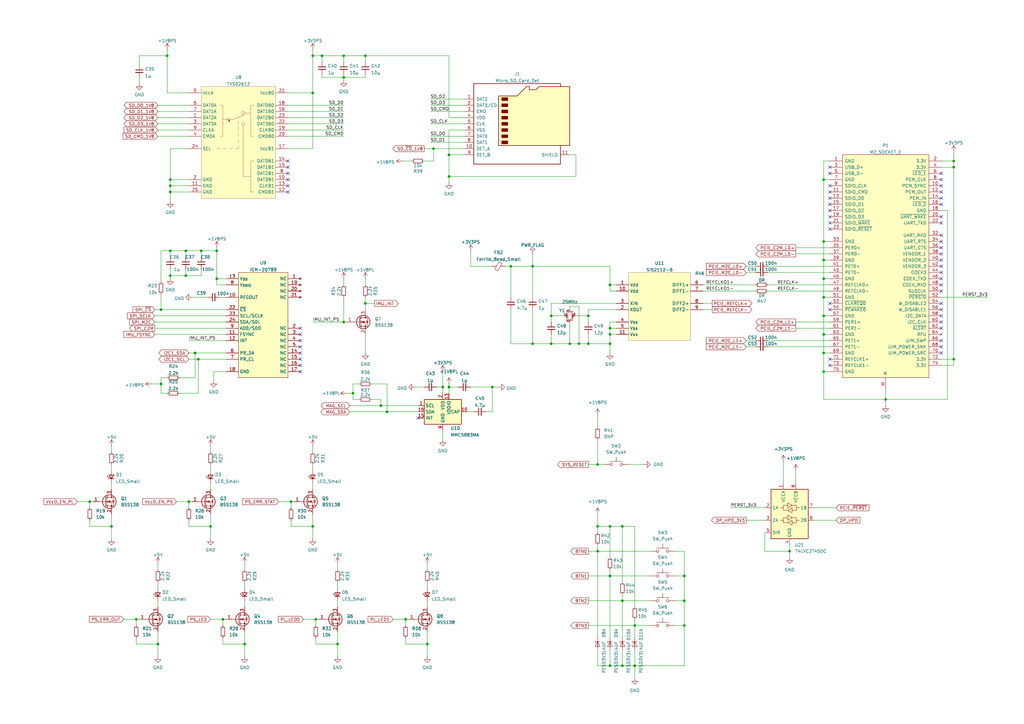
<source format=kicad_sch>
(kicad_sch (version 20211123) (generator eeschema)
  (paper "A3")
  (junction (at 181.61 158.75))
  (junction (at 69.85 73.66))
  (junction (at 64.77 264.16))
  (junction (at 76.2 102.87))
  (junction (at 132.08 22.86))
  (junction (at 337.82 73.66))
  (junction (at 91.44 254))
  (junction (at 250.19 273.05))
  (junction (at 226.06 129.54))
  (junction (at 140.97 22.86))
  (junction (at 149.86 124.46))
  (junction (at 69.85 78.74))
  (junction (at 69.85 76.2))
  (junction (at 82.55 102.87))
  (junction (at 391.16 68.58))
  (junction (at 337.82 144.78))
  (junction (at 177.8 60.96))
  (junction (at 337.82 121.92))
  (junction (at 337.82 137.16))
  (junction (at 88.9 114.3))
  (junction (at 363.22 163.83))
  (junction (at 166.37 254))
  (junction (at 184.15 72.39))
  (junction (at 201.93 158.75))
  (junction (at 144.78 161.29))
  (junction (at 337.82 114.3))
  (junction (at 255.27 246.38))
  (junction (at 66.04 157.48))
  (junction (at 140.97 132.08))
  (junction (at 280.67 256.54))
  (junction (at 209.55 109.22))
  (junction (at 245.11 190.5))
  (junction (at 80.01 144.78))
  (junction (at 250.19 140.97))
  (junction (at 337.82 129.54))
  (junction (at 260.35 273.05))
  (junction (at 255.27 273.05))
  (junction (at 250.19 116.84))
  (junction (at 119.38 205.74))
  (junction (at 218.44 109.22))
  (junction (at 86.36 215.9))
  (junction (at 69.85 113.03))
  (junction (at 100.33 264.16))
  (junction (at 55.88 254))
  (junction (at 241.3 140.97))
  (junction (at 237.49 140.97))
  (junction (at 45.72 215.9))
  (junction (at 175.26 264.16))
  (junction (at 260.35 256.54))
  (junction (at 149.86 22.86))
  (junction (at 337.82 99.06))
  (junction (at 128.27 22.86))
  (junction (at 280.67 246.38))
  (junction (at 226.06 140.97))
  (junction (at 77.47 205.74))
  (junction (at 337.82 152.4))
  (junction (at 250.19 215.9))
  (junction (at 323.85 226.06))
  (junction (at 158.75 168.91))
  (junction (at 255.27 215.9))
  (junction (at 88.9 102.87))
  (junction (at 218.44 140.97))
  (junction (at 128.27 215.9))
  (junction (at 69.85 102.87))
  (junction (at 233.68 140.97))
  (junction (at 280.67 236.22))
  (junction (at 156.21 166.37))
  (junction (at 245.11 226.06))
  (junction (at 250.19 236.22))
  (junction (at 391.16 66.04))
  (junction (at 68.58 22.86))
  (junction (at 250.19 134.62))
  (junction (at 66.04 127))
  (junction (at 241.3 129.54))
  (junction (at 138.43 264.16))
  (junction (at 140.97 31.75))
  (junction (at 184.15 63.5))
  (junction (at 245.11 215.9))
  (junction (at 36.83 205.74))
  (junction (at 129.54 254))
  (junction (at 76.2 113.03))
  (junction (at 184.15 158.75))
  (junction (at 250.19 137.16))
  (junction (at 391.16 147.32))
  (junction (at 337.82 106.68))
  (junction (at 81.28 147.32))
  (junction (at 128.27 38.1))
  (no_connect (at 386.08 139.7))
  (no_connect (at 386.08 134.62))
  (no_connect (at 123.19 134.62))
  (no_connect (at 386.08 104.14))
  (no_connect (at 340.36 149.86))
  (no_connect (at 340.36 91.44))
  (no_connect (at 340.36 88.9))
  (no_connect (at 386.08 144.78))
  (no_connect (at 386.08 106.68))
  (no_connect (at 118.11 68.58))
  (no_connect (at 123.19 139.7))
  (no_connect (at 386.08 81.28))
  (no_connect (at 340.36 127))
  (no_connect (at 123.19 137.16))
  (no_connect (at 118.11 73.66))
  (no_connect (at 386.08 109.22))
  (no_connect (at 340.36 68.58))
  (no_connect (at 386.08 96.52))
  (no_connect (at 340.36 147.32))
  (no_connect (at 386.08 132.08))
  (no_connect (at 118.11 71.12))
  (no_connect (at 118.11 76.2))
  (no_connect (at 123.19 152.4))
  (no_connect (at 118.11 78.74))
  (no_connect (at 340.36 124.46))
  (no_connect (at 171.45 171.45))
  (no_connect (at 386.08 111.76))
  (no_connect (at 118.11 66.04))
  (no_connect (at 123.19 149.86))
  (no_connect (at 340.36 78.74))
  (no_connect (at 386.08 142.24))
  (no_connect (at 386.08 83.82))
  (no_connect (at 340.36 76.2))
  (no_connect (at 386.08 116.84))
  (no_connect (at 340.36 81.28))
  (no_connect (at 386.08 91.44))
  (no_connect (at 340.36 86.36))
  (no_connect (at 340.36 83.82))
  (no_connect (at 123.19 142.24))
  (no_connect (at 386.08 73.66))
  (no_connect (at 386.08 99.06))
  (no_connect (at 386.08 124.46))
  (no_connect (at 386.08 88.9))
  (no_connect (at 386.08 78.74))
  (no_connect (at 386.08 76.2))
  (no_connect (at 340.36 93.98))
  (no_connect (at 386.08 101.6))
  (no_connect (at 386.08 127))
  (no_connect (at 386.08 119.38))
  (no_connect (at 386.08 71.12))
  (no_connect (at 386.08 114.3))
  (no_connect (at 123.19 147.32))
  (no_connect (at 386.08 129.54))
  (no_connect (at 340.36 71.12))
  (no_connect (at 123.19 144.78))
  (wire (pts (xy 250.19 137.16) (xy 250.19 134.62)))
  (wire (pts (xy 201.93 158.75) (xy 204.47 158.75)))
  (wire (pts (xy 207.01 109.22) (xy 209.55 109.22)))
  (wire (pts (xy 173.99 66.04) (xy 177.8 66.04)))
  (wire (pts (xy 66.04 157.48) (xy 66.04 161.29)))
  (wire (pts (xy 158.75 168.91) (xy 171.45 168.91)))
  (wire (pts (xy 176.53 45.72) (xy 190.5 45.72)))
  (wire (pts (xy 140.97 114.3) (xy 140.97 116.84)))
  (wire (pts (xy 184.15 158.75) (xy 184.15 161.29)))
  (wire (pts (xy 76.2 110.49) (xy 76.2 113.03)))
  (wire (pts (xy 45.72 215.9) (xy 45.72 220.98)))
  (wire (pts (xy 184.15 157.48) (xy 184.15 158.75)))
  (wire (pts (xy 181.61 158.75) (xy 181.61 161.29)))
  (wire (pts (xy 87.63 156.21) (xy 87.63 152.4)))
  (wire (pts (xy 201.93 168.91) (xy 199.39 168.91)))
  (wire (pts (xy 76.2 113.03) (xy 82.55 113.03)))
  (wire (pts (xy 64.77 50.8) (xy 77.47 50.8)))
  (wire (pts (xy 337.82 73.66) (xy 337.82 66.04)))
  (wire (pts (xy 236.22 129.54) (xy 241.3 129.54)))
  (wire (pts (xy 241.3 127) (xy 252.73 127)))
  (wire (pts (xy 63.5 127) (xy 66.04 127)))
  (wire (pts (xy 314.96 142.24) (xy 340.36 142.24)))
  (wire (pts (xy 100.33 231.14) (xy 100.33 233.68)))
  (wire (pts (xy 86.36 198.12) (xy 86.36 200.66)))
  (wire (pts (xy 260.35 256.54) (xy 266.7 256.54)))
  (wire (pts (xy 260.35 273.05) (xy 260.35 266.7)))
  (wire (pts (xy 64.77 48.26) (xy 77.47 48.26)))
  (wire (pts (xy 100.33 238.76) (xy 100.33 241.3)))
  (wire (pts (xy 193.04 109.22) (xy 193.04 102.87)))
  (wire (pts (xy 69.85 76.2) (xy 77.47 76.2)))
  (wire (pts (xy 138.43 231.14) (xy 138.43 233.68)))
  (wire (pts (xy 62.23 157.48) (xy 66.04 157.48)))
  (wire (pts (xy 218.44 127) (xy 218.44 140.97)))
  (wire (pts (xy 156.21 166.37) (xy 171.45 166.37)))
  (wire (pts (xy 86.36 215.9) (xy 86.36 220.98)))
  (wire (pts (xy 76.2 105.41) (xy 76.2 102.87)))
  (wire (pts (xy 86.36 182.88) (xy 86.36 185.42)))
  (wire (pts (xy 190.5 48.26) (xy 184.15 48.26)))
  (wire (pts (xy 36.83 208.28) (xy 36.83 205.74)))
  (wire (pts (xy 144.78 161.29) (xy 144.78 157.48)))
  (wire (pts (xy 69.85 102.87) (xy 69.85 105.41)))
  (wire (pts (xy 45.72 198.12) (xy 45.72 200.66)))
  (wire (pts (xy 280.67 236.22) (xy 280.67 226.06)))
  (wire (pts (xy 176.53 43.18) (xy 190.5 43.18)))
  (wire (pts (xy 184.15 63.5) (xy 184.15 53.34)))
  (wire (pts (xy 138.43 264.16) (xy 129.54 264.16)))
  (wire (pts (xy 77.47 139.7) (xy 92.71 139.7)))
  (wire (pts (xy 218.44 109.22) (xy 218.44 121.92)))
  (wire (pts (xy 57.15 26.67) (xy 57.15 22.86)))
  (wire (pts (xy 245.11 180.34) (xy 245.11 190.5)))
  (wire (pts (xy 288.29 124.46) (xy 292.1 124.46)))
  (wire (pts (xy 306.07 213.36) (xy 313.69 213.36)))
  (wire (pts (xy 337.82 114.3) (xy 337.82 121.92)))
  (wire (pts (xy 260.35 273.05) (xy 260.35 278.13)))
  (wire (pts (xy 69.85 78.74) (xy 77.47 78.74)))
  (wire (pts (xy 175.26 231.14) (xy 175.26 233.68)))
  (wire (pts (xy 118.11 55.88) (xy 140.97 55.88)))
  (wire (pts (xy 250.19 116.84) (xy 252.73 116.84)))
  (wire (pts (xy 165.1 66.04) (xy 168.91 66.04)))
  (wire (pts (xy 236.22 63.5) (xy 233.68 63.5)))
  (wire (pts (xy 64.77 259.08) (xy 64.77 264.16)))
  (wire (pts (xy 337.82 114.3) (xy 340.36 114.3)))
  (wire (pts (xy 36.83 205.74) (xy 38.1 205.74)))
  (wire (pts (xy 314.96 111.76) (xy 340.36 111.76)))
  (wire (pts (xy 245.11 223.52) (xy 245.11 226.06)))
  (wire (pts (xy 241.3 190.5) (xy 245.11 190.5)))
  (wire (pts (xy 209.55 127) (xy 209.55 140.97)))
  (wire (pts (xy 260.35 254) (xy 260.35 256.54)))
  (wire (pts (xy 100.33 259.08) (xy 100.33 264.16)))
  (wire (pts (xy 149.86 137.16) (xy 149.86 144.78)))
  (wire (pts (xy 175.26 238.76) (xy 175.26 241.3)))
  (wire (pts (xy 64.77 264.16) (xy 64.77 269.24)))
  (wire (pts (xy 250.19 236.22) (xy 266.7 236.22)))
  (wire (pts (xy 337.82 99.06) (xy 337.82 106.68)))
  (wire (pts (xy 76.2 102.87) (xy 82.55 102.87)))
  (wire (pts (xy 152.4 157.48) (xy 158.75 157.48)))
  (wire (pts (xy 391.16 68.58) (xy 391.16 147.32)))
  (wire (pts (xy 177.8 66.04) (xy 177.8 60.96)))
  (wire (pts (xy 255.27 215.9) (xy 255.27 238.76)))
  (wire (pts (xy 184.15 72.39) (xy 236.22 72.39)))
  (wire (pts (xy 124.46 254) (xy 129.54 254)))
  (wire (pts (xy 363.22 160.02) (xy 363.22 163.83)))
  (wire (pts (xy 138.43 264.16) (xy 138.43 269.24)))
  (wire (pts (xy 119.38 208.28) (xy 119.38 205.74)))
  (wire (pts (xy 288.29 116.84) (xy 309.88 116.84)))
  (wire (pts (xy 245.11 210.82) (xy 245.11 215.9)))
  (wire (pts (xy 129.54 256.54) (xy 129.54 254)))
  (wire (pts (xy 218.44 104.14) (xy 218.44 109.22)))
  (wire (pts (xy 77.47 208.28) (xy 77.47 205.74)))
  (wire (pts (xy 138.43 238.76) (xy 138.43 241.3)))
  (wire (pts (xy 241.3 129.54) (xy 241.3 127)))
  (wire (pts (xy 45.72 210.82) (xy 45.72 215.9)))
  (wire (pts (xy 88.9 102.87) (xy 88.9 114.3)))
  (wire (pts (xy 326.39 132.08) (xy 340.36 132.08)))
  (wire (pts (xy 184.15 48.26) (xy 184.15 22.86)))
  (wire (pts (xy 288.29 119.38) (xy 309.88 119.38)))
  (wire (pts (xy 337.82 106.68) (xy 340.36 106.68)))
  (wire (pts (xy 143.51 168.91) (xy 158.75 168.91)))
  (wire (pts (xy 386.08 121.92) (xy 405.13 121.92)))
  (wire (pts (xy 276.86 236.22) (xy 280.67 236.22)))
  (wire (pts (xy 250.19 140.97) (xy 250.19 137.16)))
  (wire (pts (xy 176.53 50.8) (xy 190.5 50.8)))
  (wire (pts (xy 236.22 72.39) (xy 236.22 63.5)))
  (wire (pts (xy 326.39 134.62) (xy 340.36 134.62)))
  (wire (pts (xy 255.27 246.38) (xy 255.27 261.62)))
  (wire (pts (xy 245.11 266.7) (xy 245.11 273.05)))
  (wire (pts (xy 280.67 273.05) (xy 280.67 256.54)))
  (wire (pts (xy 129.54 254) (xy 130.81 254)))
  (wire (pts (xy 337.82 144.78) (xy 337.82 137.16)))
  (wire (pts (xy 280.67 256.54) (xy 280.67 246.38)))
  (wire (pts (xy 64.77 45.72) (xy 77.47 45.72)))
  (wire (pts (xy 76.2 102.87) (xy 69.85 102.87)))
  (wire (pts (xy 63.5 134.62) (xy 92.71 134.62)))
  (wire (pts (xy 143.51 166.37) (xy 156.21 166.37)))
  (wire (pts (xy 66.04 102.87) (xy 69.85 102.87)))
  (wire (pts (xy 100.33 264.16) (xy 100.33 269.24)))
  (wire (pts (xy 128.27 210.82) (xy 128.27 215.9)))
  (wire (pts (xy 226.06 140.97) (xy 233.68 140.97)))
  (wire (pts (xy 45.72 182.88) (xy 45.72 185.42)))
  (wire (pts (xy 241.3 246.38) (xy 255.27 246.38)))
  (wire (pts (xy 241.3 129.54) (xy 241.3 132.08)))
  (wire (pts (xy 323.85 226.06) (xy 323.85 228.6)))
  (wire (pts (xy 250.19 215.9) (xy 245.11 215.9)))
  (wire (pts (xy 340.36 129.54) (xy 337.82 129.54)))
  (wire (pts (xy 166.37 264.16) (xy 166.37 261.62)))
  (wire (pts (xy 55.88 256.54) (xy 55.88 254)))
  (wire (pts (xy 128.27 20.32) (xy 128.27 22.86)))
  (wire (pts (xy 388.62 163.83) (xy 388.62 86.36)))
  (wire (pts (xy 73.66 154.94) (xy 80.01 154.94)))
  (wire (pts (xy 66.04 115.57) (xy 66.04 102.87)))
  (wire (pts (xy 128.27 132.08) (xy 140.97 132.08)))
  (wire (pts (xy 100.33 246.38) (xy 100.33 248.92)))
  (wire (pts (xy 68.58 154.94) (xy 66.04 154.94)))
  (wire (pts (xy 55.88 254) (xy 57.15 254)))
  (wire (pts (xy 175.26 259.08) (xy 175.26 264.16)))
  (wire (pts (xy 175.26 264.16) (xy 175.26 269.24)))
  (wire (pts (xy 152.4 163.83) (xy 156.21 163.83)))
  (wire (pts (xy 66.04 127) (xy 92.71 127)))
  (wire (pts (xy 166.37 256.54) (xy 166.37 254)))
  (wire (pts (xy 87.63 152.4) (xy 92.71 152.4)))
  (wire (pts (xy 241.3 140.97) (xy 250.19 140.97)))
  (wire (pts (xy 72.39 205.74) (xy 77.47 205.74)))
  (wire (pts (xy 226.06 137.16) (xy 226.06 140.97)))
  (wire (pts (xy 255.27 243.84) (xy 255.27 246.38)))
  (wire (pts (xy 68.58 22.86) (xy 68.58 38.1)))
  (wire (pts (xy 250.19 140.97) (xy 250.19 144.78)))
  (wire (pts (xy 149.86 124.46) (xy 153.67 124.46)))
  (wire (pts (xy 144.78 161.29) (xy 144.78 163.83)))
  (wire (pts (xy 260.35 261.62) (xy 260.35 256.54)))
  (wire (pts (xy 306.07 139.7) (xy 309.88 139.7)))
  (wire (pts (xy 233.68 127) (xy 233.68 125.73)))
  (wire (pts (xy 156.21 163.83) (xy 156.21 166.37)))
  (wire (pts (xy 55.88 264.16) (xy 55.88 261.62)))
  (wire (pts (xy 57.15 22.86) (xy 68.58 22.86)))
  (wire (pts (xy 149.86 121.92) (xy 149.86 124.46)))
  (wire (pts (xy 386.08 68.58) (xy 391.16 68.58)))
  (wire (pts (xy 363.22 163.83) (xy 337.82 163.83)))
  (wire (pts (xy 80.01 144.78) (xy 92.71 144.78)))
  (wire (pts (xy 340.36 73.66) (xy 337.82 73.66)))
  (wire (pts (xy 128.27 182.88) (xy 128.27 185.42)))
  (wire (pts (xy 255.27 215.9) (xy 250.19 215.9)))
  (wire (pts (xy 128.27 22.86) (xy 132.08 22.86)))
  (wire (pts (xy 184.15 63.5) (xy 190.5 63.5)))
  (wire (pts (xy 69.85 78.74) (xy 69.85 76.2)))
  (wire (pts (xy 226.06 129.54) (xy 226.06 124.46)))
  (wire (pts (xy 64.77 55.88) (xy 77.47 55.88)))
  (wire (pts (xy 142.24 161.29) (xy 144.78 161.29)))
  (wire (pts (xy 363.22 163.83) (xy 363.22 166.37)))
  (wire (pts (xy 64.77 231.14) (xy 64.77 233.68)))
  (wire (pts (xy 149.86 31.75) (xy 149.86 30.48)))
  (wire (pts (xy 250.19 261.62) (xy 250.19 236.22)))
  (wire (pts (xy 245.11 190.5) (xy 247.65 190.5)))
  (wire (pts (xy 280.67 246.38) (xy 280.67 236.22)))
  (wire (pts (xy 118.11 53.34) (xy 140.97 53.34)))
  (wire (pts (xy 363.22 163.83) (xy 388.62 163.83)))
  (wire (pts (xy 132.08 31.75) (xy 132.08 30.48)))
  (wire (pts (xy 391.16 147.32) (xy 386.08 147.32)))
  (wire (pts (xy 45.72 215.9) (xy 36.83 215.9)))
  (wire (pts (xy 78.74 121.92) (xy 85.09 121.92)))
  (wire (pts (xy 326.39 101.6) (xy 340.36 101.6)))
  (wire (pts (xy 250.19 266.7) (xy 250.19 273.05)))
  (wire (pts (xy 86.36 215.9) (xy 77.47 215.9)))
  (wire (pts (xy 306.07 142.24) (xy 309.88 142.24)))
  (wire (pts (xy 68.58 20.32) (xy 68.58 22.86)))
  (wire (pts (xy 175.26 246.38) (xy 175.26 248.92)))
  (wire (pts (xy 250.19 134.62) (xy 252.73 134.62)))
  (wire (pts (xy 231.14 129.54) (xy 226.06 129.54)))
  (wire (pts (xy 255.27 273.05) (xy 260.35 273.05)))
  (wire (pts (xy 314.96 139.7) (xy 340.36 139.7)))
  (wire (pts (xy 77.47 147.32) (xy 81.28 147.32)))
  (wire (pts (xy 81.28 161.29) (xy 73.66 161.29)))
  (wire (pts (xy 313.69 218.44) (xy 313.69 226.06)))
  (wire (pts (xy 250.19 134.62) (xy 250.19 132.08)))
  (wire (pts (xy 288.29 127) (xy 292.1 127)))
  (wire (pts (xy 144.78 163.83) (xy 147.32 163.83)))
  (wire (pts (xy 132.08 22.86) (xy 140.97 22.86)))
  (wire (pts (xy 88.9 114.3) (xy 92.71 114.3)))
  (wire (pts (xy 100.33 264.16) (xy 91.44 264.16)))
  (wire (pts (xy 119.38 205.74) (xy 120.65 205.74)))
  (wire (pts (xy 118.11 45.72) (xy 140.97 45.72)))
  (wire (pts (xy 77.47 215.9) (xy 77.47 213.36)))
  (wire (pts (xy 82.55 105.41) (xy 82.55 102.87)))
  (wire (pts (xy 391.16 68.58) (xy 391.16 66.04)))
  (wire (pts (xy 252.73 119.38) (xy 250.19 119.38)))
  (wire (pts (xy 276.86 246.38) (xy 280.67 246.38)))
  (wire (pts (xy 64.77 238.76) (xy 64.77 241.3)))
  (wire (pts (xy 69.85 76.2) (xy 69.85 73.66)))
  (wire (pts (xy 118.11 38.1) (xy 128.27 38.1)))
  (wire (pts (xy 386.08 149.86) (xy 391.16 149.86)))
  (wire (pts (xy 128.27 215.9) (xy 128.27 220.98)))
  (wire (pts (xy 337.82 121.92) (xy 340.36 121.92)))
  (wire (pts (xy 337.82 73.66) (xy 337.82 99.06)))
  (wire (pts (xy 161.29 254) (xy 166.37 254)))
  (wire (pts (xy 181.61 176.53) (xy 181.61 180.34)))
  (wire (pts (xy 245.11 215.9) (xy 245.11 218.44)))
  (wire (pts (xy 69.85 60.96) (xy 69.85 73.66)))
  (wire (pts (xy 149.86 114.3) (xy 149.86 116.84)))
  (wire (pts (xy 306.07 109.22) (xy 309.88 109.22)))
  (wire (pts (xy 170.18 158.75) (xy 173.99 158.75)))
  (wire (pts (xy 57.15 31.75) (xy 57.15 34.29)))
  (wire (pts (xy 140.97 30.48) (xy 140.97 31.75)))
  (wire (pts (xy 80.01 154.94) (xy 80.01 144.78)))
  (wire (pts (xy 299.72 208.28) (xy 313.69 208.28)))
  (wire (pts (xy 184.15 72.39) (xy 184.15 63.5)))
  (wire (pts (xy 334.01 213.36) (xy 342.9 213.36)))
  (wire (pts (xy 218.44 109.22) (xy 250.19 109.22)))
  (wire (pts (xy 250.19 137.16) (xy 252.73 137.16)))
  (wire (pts (xy 69.85 113.03) (xy 69.85 114.3)))
  (wire (pts (xy 181.61 152.4) (xy 181.61 158.75)))
  (wire (pts (xy 118.11 50.8) (xy 140.97 50.8)))
  (wire (pts (xy 64.77 264.16) (xy 55.88 264.16)))
  (wire (pts (xy 245.11 226.06) (xy 245.11 261.62)))
  (wire (pts (xy 306.07 111.76) (xy 309.88 111.76)))
  (wire (pts (xy 88.9 101.6) (xy 88.9 102.87)))
  (wire (pts (xy 209.55 109.22) (xy 218.44 109.22)))
  (wire (pts (xy 201.93 109.22) (xy 193.04 109.22)))
  (wire (pts (xy 250.19 233.68) (xy 250.19 236.22)))
  (wire (pts (xy 138.43 259.08) (xy 138.43 264.16)))
  (wire (pts (xy 36.83 215.9) (xy 36.83 213.36)))
  (wire (pts (xy 388.62 86.36) (xy 386.08 86.36)))
  (wire (pts (xy 77.47 60.96) (xy 69.85 60.96)))
  (wire (pts (xy 128.27 190.5) (xy 128.27 193.04)))
  (wire (pts (xy 280.67 226.06) (xy 276.86 226.06)))
  (wire (pts (xy 226.06 129.54) (xy 226.06 132.08)))
  (wire (pts (xy 68.58 38.1) (xy 77.47 38.1)))
  (wire (pts (xy 114.3 205.74) (xy 119.38 205.74)))
  (wire (pts (xy 391.16 149.86) (xy 391.16 147.32)))
  (wire (pts (xy 184.15 74.93) (xy 184.15 72.39)))
  (wire (pts (xy 179.07 158.75) (xy 181.61 158.75)))
  (wire (pts (xy 314.96 116.84) (xy 340.36 116.84)))
  (wire (pts (xy 326.39 193.04) (xy 326.39 198.12)))
  (wire (pts (xy 64.77 43.18) (xy 77.47 43.18)))
  (wire (pts (xy 128.27 198.12) (xy 128.27 200.66)))
  (wire (pts (xy 63.5 129.54) (xy 92.71 129.54)))
  (wire (pts (xy 340.36 99.06) (xy 337.82 99.06)))
  (wire (pts (xy 255.27 266.7) (xy 255.27 273.05)))
  (wire (pts (xy 69.85 82.55) (xy 69.85 78.74)))
  (wire (pts (xy 173.99 60.96) (xy 177.8 60.96)))
  (wire (pts (xy 334.01 208.28) (xy 342.9 208.28)))
  (wire (pts (xy 129.54 264.16) (xy 129.54 261.62)))
  (wire (pts (xy 184.15 22.86) (xy 149.86 22.86)))
  (wire (pts (xy 241.3 236.22) (xy 250.19 236.22)))
  (wire (pts (xy 250.19 132.08) (xy 252.73 132.08)))
  (wire (pts (xy 128.27 38.1) (xy 128.27 60.96)))
  (wire (pts (xy 63.5 137.16) (xy 92.71 137.16)))
  (wire (pts (xy 326.39 104.14) (xy 340.36 104.14)))
  (wire (pts (xy 140.97 132.08) (xy 142.24 132.08)))
  (wire (pts (xy 260.35 215.9) (xy 255.27 215.9)))
  (wire (pts (xy 90.17 121.92) (xy 92.71 121.92)))
  (wire (pts (xy 69.85 73.66) (xy 77.47 73.66)))
  (wire (pts (xy 391.16 62.23) (xy 391.16 66.04)))
  (wire (pts (xy 245.11 170.18) (xy 245.11 175.26)))
  (wire (pts (xy 81.28 147.32) (xy 81.28 161.29)))
  (wire (pts (xy 149.86 22.86) (xy 149.86 25.4)))
  (wire (pts (xy 233.68 132.08) (xy 233.68 140.97)))
  (wire (pts (xy 66.04 120.65) (xy 66.04 127)))
  (wire (pts (xy 245.11 273.05) (xy 250.19 273.05)))
  (wire (pts (xy 158.75 157.48) (xy 158.75 168.91)))
  (wire (pts (xy 140.97 31.75) (xy 140.97 33.02)))
  (wire (pts (xy 77.47 144.78) (xy 80.01 144.78)))
  (wire (pts (xy 176.53 55.88) (xy 190.5 55.88)))
  (wire (pts (xy 266.7 226.06) (xy 245.11 226.06)))
  (wire (pts (xy 280.67 256.54) (xy 276.86 256.54)))
  (wire (pts (xy 191.77 168.91) (xy 194.31 168.91)))
  (wire (pts (xy 340.36 144.78) (xy 337.82 144.78)))
  (wire (pts (xy 140.97 22.86) (xy 140.97 25.4)))
  (wire (pts (xy 118.11 43.18) (xy 140.97 43.18)))
  (wire (pts (xy 314.96 109.22) (xy 340.36 109.22)))
  (wire (pts (xy 201.93 158.75) (xy 201.93 168.91)))
  (wire (pts (xy 118.11 48.26) (xy 140.97 48.26)))
  (wire (pts (xy 250.19 273.05) (xy 255.27 273.05)))
  (wire (pts (xy 69.85 113.03) (xy 76.2 113.03)))
  (wire (pts (xy 337.82 152.4) (xy 340.36 152.4)))
  (wire (pts (xy 140.97 31.75) (xy 149.86 31.75)))
  (wire (pts (xy 260.35 273.05) (xy 280.67 273.05)))
  (wire (pts (xy 69.85 110.49) (xy 69.85 113.03)))
  (wire (pts (xy 128.27 22.86) (xy 128.27 38.1)))
  (wire (pts (xy 63.5 132.08) (xy 92.71 132.08)))
  (wire (pts (xy 82.55 113.03) (xy 82.55 110.49)))
  (wire (pts (xy 177.8 60.96) (xy 190.5 60.96)))
  (wire (pts (xy 237.49 125.73) (xy 237.49 140.97)))
  (wire (pts (xy 140.97 121.92) (xy 140.97 132.08)))
  (wire (pts (xy 140.97 22.86) (xy 149.86 22.86)))
  (wire (pts (xy 337.82 129.54) (xy 337.82 137.16)))
  (wire (pts (xy 218.44 140.97) (xy 226.06 140.97)))
  (wire (pts (xy 176.53 58.42) (xy 190.5 58.42)))
  (wire (pts (xy 266.7 246.38) (xy 255.27 246.38)))
  (wire (pts (xy 118.11 60.96) (xy 128.27 60.96)))
  (wire (pts (xy 119.38 215.9) (xy 119.38 213.36)))
  (wire (pts (xy 250.19 215.9) (xy 250.19 228.6)))
  (wire (pts (xy 81.28 147.32) (xy 92.71 147.32)))
  (wire (pts (xy 138.43 246.38) (xy 138.43 248.92)))
  (wire (pts (xy 176.53 40.64) (xy 190.5 40.64)))
  (wire (pts (xy 50.8 254) (xy 55.88 254)))
  (wire (pts (xy 64.77 246.38) (xy 64.77 248.92)))
  (wire (pts (xy 31.75 205.74) (xy 36.83 205.74)))
  (wire (pts (xy 91.44 254) (xy 92.71 254)))
  (wire (pts (xy 149.86 124.46) (xy 149.86 127)))
  (wire (pts (xy 250.19 116.84) (xy 250.19 109.22)))
  (wire (pts (xy 86.36 210.82) (xy 86.36 215.9)))
  (wire (pts (xy 323.85 223.52) (xy 323.85 226.06)))
  (wire (pts (xy 209.55 109.22) (xy 209.55 121.92)))
  (wire (pts (xy 66.04 154.94) (xy 66.04 157.48)))
  (wire (pts (xy 314.96 119.38) (xy 340.36 119.38)))
  (wire (pts (xy 184.15 53.34) (xy 190.5 53.34)))
  (wire (pts (xy 64.77 53.34) (xy 77.47 53.34)))
  (wire (pts (xy 193.04 158.75) (xy 201.93 158.75)))
  (wire (pts (xy 86.36 254) (xy 91.44 254)))
  (wire (pts (xy 45.72 190.5) (xy 45.72 193.04)))
  (wire (pts (xy 337.82 121.92) (xy 337.82 129.54)))
  (wire (pts (xy 91.44 256.54) (xy 91.44 254)))
  (wire (pts (xy 241.3 137.16) (xy 241.3 140.97)))
  (wire (pts (xy 140.97 31.75) (xy 132.08 31.75)))
  (wire (pts (xy 175.26 264.16) (xy 166.37 264.16)))
  (wire (pts (xy 260.35 248.92) (xy 260.35 215.9)))
  (wire (pts (xy 337.82 106.68) (xy 337.82 114.3)))
  (wire (pts (xy 337.82 66.04) (xy 340.36 66.04)))
  (wire (pts (xy 128.27 215.9) (xy 119.38 215.9)))
  (wire (pts (xy 337.82 163.83) (xy 337.82 152.4)))
  (wire (pts (xy 88.9 116.84) (xy 92.71 116.84)))
  (wire (pts (xy 91.44 264.16) (xy 91.44 261.62)))
  (wire (pts (xy 82.55 102.87) (xy 88.9 102.87)))
  (wire (pts (xy 313.69 226.06) (xy 323.85 226.06)))
  (wire (pts (xy 86.36 190.5) (xy 86.36 193.04)))
  (wire (pts (xy 184.15 158.75) (xy 187.96 158.75)))
  (wire (pts (xy 391.16 66.04) (xy 386.08 66.04)))
  (wire (pts (xy 226.06 124.46) (xy 252.73 124.46)))
  (wire (pts (xy 250.19 119.38) (xy 250.19 116.84)))
  (wire (pts (xy 337.82 144.78) (xy 337.82 152.4)))
  (wire (pts (xy 209.55 140.97) (xy 218.44 140.97)))
  (wire (pts (xy 144.78 157.48) (xy 147.32 157.48)))
  (wire (pts (xy 233.68 140.97) (xy 237.49 140.97)))
  (wire (pts (xy 166.37 254) (xy 167.64 254)))
  (wire (pts (xy 237.49 140.97) (xy 241.3 140.97)))
  (wire (pts (xy 132.08 22.86) (xy 132.08 25.4)))
  (wire (pts (xy 257.81 190.5) (xy 264.16 190.5)))
  (wire (pts (xy 337.82 137.16) (xy 340.36 137.16)))
  (wire (pts (xy 241.3 256.54) (xy 260.35 256.54)))
  (wire (pts (xy 88.9 114.3) (xy 88.9 116.84)))
  (wire (pts (xy 77.47 205.74) (xy 78.74 205.74)))
  (wire (pts (xy 241.3 226.06) (xy 245.11 226.06)))
  (wire (pts (xy 321.31 189.23) (xy 321.31 198.12)))
  (wire (pts (xy 66.04 161.29) (xy 68.58 161.29)))
  (wire (pts (xy 233.68 125.73) (xy 237.49 125.73)))
  (label "IMU_INT_PS" (at 77.47 139.7 0))
  (label "SD_D2" (at 140.97 48.26 180))
  (label "SD_D1" (at 176.53 58.42 0))
  (label "SD_D0" (at 176.53 55.88 0))
  (label "PERST_3V3" (at 299.72 208.28 0))
  (label "SD_D0" (at 140.97 43.18 180))
  (label "REFCLK-" (at 318.77 119.38 0))
  (label "SD_D3" (at 176.53 43.18 0))
  (label "SD_D2" (at 176.53 40.64 0))
  (label "SD_CMD" (at 140.97 55.88 180))
  (label "SD_D1" (at 140.97 45.72 180))
  (label "SD_CMD" (at 176.53 45.72 0))
  (label "REFCLKO1+" (at 289.56 116.84 0))
  (label "SD_CLK" (at 176.53 50.8 0))
  (label "PERST_3V3" (at 405.13 121.92 180))
  (label "SD_D3" (at 140.97 50.8 180))
  (label "SD_CLK" (at 140.97 53.34 180))
  (label "REFCLKO1-" (at 289.56 119.38 0))
  (label "REFCLK+" (at 318.77 116.84 0))
  (label "IMU_INT_PS" (at 128.27 132.08 0))
  (global_label "DP_HPD" (shape input) (at 342.9 213.36 0) (property "Intersheet References" "${INTERSHEET_REFS}" (effects hide)))
  (global_label "I2C1_SCL" (shape bidirectional) (at 77.47 147.32 180) (property "Intersheet References" "${INTERSHEET_REFS}" (effects hide)))
  (global_label "DP_HPD_3V3" (shape output) (at 306.07 213.36 180) (property "Intersheet References" "${INTERSHEET_REFS}" (effects hide)))
  (global_label "I2C1_SDA" (shape bidirectional) (at 77.47 144.78 180) (property "Intersheet References" "${INTERSHEET_REFS}" (effects hide)))
  (global_label "SD_D2_1V8" (shape bidirectional) (at 64.77 48.26 180) (property "Intersheet References" "${INTERSHEET_REFS}" (effects hide)))
  (global_label "PCIE_C2M_L1+" (shape output) (at 326.39 132.08 180) (property "Intersheet References" "${INTERSHEET_REFS}" (effects hide)))
  (global_label "PCIE_~{PERST}" (shape input) (at 342.9 208.28 0) (property "Intersheet References" "${INTERSHEET_REFS}" (effects hide)))
  (global_label "IMU_FSYNC" (shape input) (at 63.5 137.16 180) (property "Intersheet References" "${INTERSHEET_REFS}" (effects hide)))
  (global_label "BTN3" (shape output) (at 241.3 256.54 180) (property "Intersheet References" "${INTERSHEET_REFS}" (effects hide)))
  (global_label "PCIE_M2C_L1+" (shape input) (at 306.07 139.7 180) (property "Intersheet References" "${INTERSHEET_REFS}" (effects hide)))
  (global_label "SPI_C2M" (shape output) (at 63.5 134.62 180) (property "Intersheet References" "${INTERSHEET_REFS}" (effects hide)))
  (global_label "BTN1" (shape output) (at 241.3 236.22 180) (property "Intersheet References" "${INTERSHEET_REFS}" (effects hide)))
  (global_label "PCIE_M2C_L0-" (shape input) (at 306.07 111.76 180) (property "Intersheet References" "${INTERSHEET_REFS}" (effects hide)))
  (global_label "MAG_SDA" (shape bidirectional) (at 143.51 168.91 180) (property "Intersheet References" "${INTERSHEET_REFS}" (effects hide)))
  (global_label "MAG_SCL" (shape bidirectional) (at 143.51 166.37 180) (property "Intersheet References" "${INTERSHEET_REFS}" (effects hide)))
  (global_label "PL_LED0" (shape input) (at 124.46 254 180) (property "Intersheet References" "${INTERSHEET_REFS}" (effects hide)))
  (global_label "SD_D1_1V8" (shape bidirectional) (at 64.77 45.72 180) (property "Intersheet References" "${INTERSHEET_REFS}" (effects hide)))
  (global_label "SPI_M2C" (shape input) (at 63.5 132.08 180) (property "Intersheet References" "${INTERSHEET_REFS}" (effects hide)))
  (global_label "SPI_~{CS}" (shape input) (at 63.5 127 180) (property "Intersheet References" "${INTERSHEET_REFS}" (effects hide)))
  (global_label "PCIE_REFCLK-" (shape output) (at 292.1 127 0) (property "Intersheet References" "${INTERSHEET_REFS}" (effects hide)))
  (global_label "SPI_SCLK" (shape input) (at 63.5 129.54 180) (property "Intersheet References" "${INTERSHEET_REFS}" (effects hide)))
  (global_label "IMU_INT" (shape output) (at 153.67 124.46 0) (property "Intersheet References" "${INTERSHEET_REFS}" (effects hide)))
  (global_label "BTN0" (shape output) (at 241.3 226.06 180) (property "Intersheet References" "${INTERSHEET_REFS}" (effects hide)))
  (global_label "PL_LED1" (shape input) (at 161.29 254 180) (property "Intersheet References" "${INTERSHEET_REFS}" (effects hide)))
  (global_label "SD_D0_1V8" (shape bidirectional) (at 64.77 43.18 180) (property "Intersheet References" "${INTERSHEET_REFS}" (effects hide)))
  (global_label "SD_~{CD}_1V8" (shape output) (at 173.99 60.96 180) (property "Intersheet References" "${INTERSHEET_REFS}" (effects hide)))
  (global_label "SD_D3_1V8" (shape bidirectional) (at 64.77 50.8 180) (property "Intersheet References" "${INTERSHEET_REFS}" (effects hide)))
  (global_label "PCIE_M2C_L1-" (shape input) (at 306.07 142.24 180) (property "Intersheet References" "${INTERSHEET_REFS}" (effects hide)))
  (global_label "BTN2" (shape output) (at 241.3 246.38 180) (property "Intersheet References" "${INTERSHEET_REFS}" (effects hide)))
  (global_label "PCIE_M2C_L0+" (shape input) (at 306.07 109.22 180) (property "Intersheet References" "${INTERSHEET_REFS}" (effects hide)))
  (global_label "PS_LED" (shape input) (at 86.36 254 180) (property "Intersheet References" "${INTERSHEET_REFS}" (effects hide)))
  (global_label "SYS_RESET" (shape output) (at 241.3 190.5 180) (property "Intersheet References" "${INTERSHEET_REFS}" (effects hide)))
  (global_label "PCIE_REFCLK+" (shape output) (at 292.1 124.46 0) (property "Intersheet References" "${INTERSHEET_REFS}" (effects hide)))
  (global_label "VccO_EN_PS" (shape input) (at 72.39 205.74 180) (property "Intersheet References" "${INTERSHEET_REFS}" (effects hide)))
  (global_label "SD_CMD_1V8" (shape input) (at 64.77 55.88 180) (property "Intersheet References" "${INTERSHEET_REFS}" (effects hide)))
  (global_label "VccO_EN_PL" (shape input) (at 31.75 205.74 180) (property "Intersheet References" "${INTERSHEET_REFS}" (effects hide)))
  (global_label "SD_CLK_1V8" (shape input) (at 64.77 53.34 180) (property "Intersheet References" "${INTERSHEET_REFS}" (effects hide)))
  (global_label "PS_ERR_STAT" (shape input) (at 114.3 205.74 180) (property "Intersheet References" "${INTERSHEET_REFS}" (effects hide)))
  (global_label "PCIE_C2M_L1-" (shape output) (at 326.39 134.62 180) (property "Intersheet References" "${INTERSHEET_REFS}" (effects hide)))
  (global_label "PS_ERR_OUT" (shape input) (at 50.8 254 180) (property "Intersheet References" "${INTERSHEET_REFS}" (effects hide)))
  (global_label "PCIE_C2M_L0-" (shape output) (at 326.39 104.14 180) (property "Intersheet References" "${INTERSHEET_REFS}" (effects hide)))
  (global_label "PCIE_C2M_L0+" (shape output) (at 326.39 101.6 180) (property "Intersheet References" "${INTERSHEET_REFS}" (effects hide)))
  (symbol (lib_id "Device:R_Small") (at 166.37 259.08 0) (unit 1)
    (property "Reference" "R38" (at 168.91 257.8099 0) (effects (justify left)))
    (property "Value" "10k" (at 168.91 260.3499 0) (effects (justify left)))
    (property "Footprint" "Resistor_SMD:R_0402_1005Metric" (effects hide))
  )
  (symbol (lib_id "Device:LED_Small") (at 100.33 243.84 90) (unit 1)
    (property "Reference" "D4" (at 102.108 242.9315 90) (effects (justify right)))
    (property "Value" "LED_Small" (at 102.108 245.7066 90) (effects (justify right)))
    (property "Footprint" "LED_SMD:LED_0603_1608Metric" (effects hide))
  )
  (symbol (lib_id "Power_Protection:PESD3V3L4UF") (at 260.35 264.16 270) (unit 1)
    (property "Reference" "D11" (at 262.89 257.81 0) (effects (justify left)))
    (property "Value" "PESD3V3L4UF" (at 262.89 262.89 0) (effects (justify left)))
    (property "Footprint" "Package_TO_SOT_SMD:SOT-886" (effects hide))
    (property "Datasheet" "https://assets.nexperia.com/documents/data-sheet/PESDXL4UF_G_W.pdf" (effects hide))
  )
  (symbol (lib_id "power:+5V") (at 45.72 182.88 0) (unit 1)
    (property "Reference" "#PWR0295" (effects hide))
    (property "Value" "+5V" (at 45.72 179.2755 0))
  )
  (symbol (lib_id "Switch:SW_Push") (at 252.73 190.5 0) (unit 1)
    (property "Reference" "SW2" (at 252.73 182.88 0))
    (property "Value" "SW_Push" (at 252.73 185.42 0))
    (property "Footprint" "Button_Switch_SMD:SW_SPST_B3S-1000" (effects hide))
  )
  (symbol (lib_id "Device:LED_Small") (at 128.27 195.58 90) (unit 1)
    (property "Reference" "D5" (at 130.048 194.6715 90) (effects (justify right)))
    (property "Value" "LED_Small" (at 130.048 197.4466 90) (effects (justify right)))
    (property "Footprint" "LED_SMD:LED_0603_1608Metric" (effects hide))
  )
  (symbol (lib_id "power:GND") (at 64.77 269.24 0) (unit 1)
    (property "Reference" "#PWR0308" (effects hide))
    (property "Value" "GND" (at 64.77 273.8024 0))
  )
  (symbol (lib_id "Power_Protection:PESD3V3L4UF") (at 245.11 264.16 270) (unit 1)
    (property "Reference" "D8" (at 247.65 257.81 0) (effects (justify left)))
    (property "Value" "PESD3V3L4UF" (at 247.65 262.89 0) (effects (justify left)))
    (property "Footprint" "Package_TO_SOT_SMD:SOT-886" (effects hide))
    (property "Datasheet" "https://assets.nexperia.com/documents/data-sheet/PESDXL4UF_G_W.pdf" (effects hide))
  )
  (symbol (lib_id "Device:C_Small") (at 312.42 142.24 90) (unit 1)
    (property "Reference" "C53" (at 308.61 140.97 90))
    (property "Value" "100n" (at 316.23 140.97 90))
    (property "Footprint" "Capacitor_SMD:C_0402_1005Metric" (effects hide))
  )
  (symbol (lib_id "power:GND") (at 184.15 74.93 0) (unit 1)
    (property "Reference" "#PWR0281" (effects hide))
    (property "Value" "GND" (at 184.15 79.4924 0))
  )
  (symbol (lib_id "meowality:+1V8PS") (at 245.11 170.18 0) (unit 1)
    (property "Reference" "#PWR0310" (effects hide))
    (property "Value" "+1V8PS" (at 245.11 165.1 0))
  )
  (symbol (lib_id "Device:C_Small") (at 140.97 27.94 0) (unit 1)
    (property "Reference" "C41" (at 143.2941 27.0315 0) (effects (justify left)))
    (property "Value" "10µ" (at 143.2941 29.8066 0) (effects (justify left)))
    (property "Footprint" "Capacitor_SMD:C_1206_3216Metric" (effects hide))
  )
  (symbol (lib_id "Device:R_Small") (at 140.97 119.38 0) (mirror x) (unit 1)
    (property "Reference" "R34" (at 136.7831 119.38 90))
    (property "Value" "2.2k" (at 139.088 119.38 90))
    (property "Footprint" "Resistor_SMD:R_0402_1005Metric" (effects hide))
  )
  (symbol (lib_id "meowality:+3V3PS") (at 391.16 62.23 0) (unit 1)
    (property "Reference" "#PWR0271" (effects hide))
    (property "Value" "+3V3PS" (at 391.16 58.6255 0))
  )
  (symbol (lib_id "meowality:M2_SOCKET_E") (at 363.22 96.52 0) (unit 1)
    (property "Reference" "P1" (at 363.22 59.6604 0))
    (property "Value" "M2_SOCKET_E" (at 363.22 62.4355 0))
    (property "Footprint" "meowality:2199230-4" (effects hide))
  )
  (symbol (lib_id "Sensor_Magnetic:MMC5883MA") (at 181.61 168.91 0) (unit 1)
    (property "Reference" "U10" (at 184.7851 175.6215 0) (effects (justify left)))
    (property "Value" "MMC5883MA" (at 184.7851 178.3966 0) (effects (justify left)))
    (property "Footprint" "Package_LGA:LGA-16_3x3mm_P0.5mm" (effects hide))
    (property "Datasheet" "http://www.memsic.com/userfiles/files/DataSheets/Magnetic-Sensors-Datasheets/MMC5883MA-RevC.pdf" (effects hide))
  )
  (symbol (lib_id "Connector:Micro_SD_Card_Det") (at 213.36 50.8 0) (unit 1)
    (property "Reference" "J1" (at 212.1534 30.3235 0))
    (property "Value" "Micro_SD_Card_Det" (at 212.1534 33.0986 0))
    (property "Footprint" "Connector_Card:microSD_HC_Hirose_DM3AT-SF-PEJM5" (effects hide))
    (property "Datasheet" "https://www.hirose.com/product/en/download_file/key_name/DM3/category/Catalog/doc_file_id/49662/?file_category_id=4&item_id=195&is_series=1" (effects hide))
  )
  (symbol (lib_id "power:GND") (at 45.72 220.98 0) (unit 1)
    (property "Reference" "#PWR0305" (effects hide))
    (property "Value" "GND" (at 45.72 225.5424 0))
  )
  (symbol (lib_id "Switch:SW_Push") (at 271.78 226.06 0) (unit 1)
    (property "Reference" "SW3" (at 271.78 218.44 0))
    (property "Value" "SW_Push" (at 271.78 220.98 0))
    (property "Footprint" "Button_Switch_SMD:SW_SPST_B3S-1000" (effects hide))
  )
  (symbol (lib_id "meowality:TXS02612") (at 97.79 58.42 0) (unit 1)
    (property "Reference" "U8" (at 97.79 31.72 0))
    (property "Value" "TXS02612" (at 97.79 34.4951 0))
    (property "Footprint" "Package_DFN_QFN:WQFN-24-1EP_4x4mm_P0.5mm_EP2.45x2.45mm" (effects hide))
  )
  (symbol (lib_id "Switch:SW_Push") (at 271.78 246.38 0) (unit 1)
    (property "Reference" "SW5" (at 271.78 238.76 0))
    (property "Value" "SW_Push" (at 271.78 241.3 0))
    (property "Footprint" "Button_Switch_SMD:SW_SPST_B3S-1000" (effects hide))
  )
  (symbol (lib_id "power:GND") (at 175.26 269.24 0) (unit 1)
    (property "Reference" "#PWR0301" (effects hide))
    (property "Value" "GND" (at 175.26 273.8024 0))
  )
  (symbol (lib_id "meowality:+1V8PL") (at 149.86 114.3 0) (unit 1)
    (property "Reference" "#PWR0284" (effects hide))
    (property "Value" "+1V8PL" (at 149.86 110.6955 0))
  )
  (symbol (lib_id "Device:R_Small") (at 77.47 210.82 0) (unit 1)
    (property "Reference" "R26" (at 80.01 209.5499 0) (effects (justify left)))
    (property "Value" "10k" (at 80.01 212.0899 0) (effects (justify left)))
    (property "Footprint" "Resistor_SMD:R_0402_1005Metric" (effects hide))
  )
  (symbol (lib_id "Device:R_Small") (at 312.42 116.84 90) (unit 1)
    (property "Reference" "R46" (at 287.02 112.1369 90))
    (property "Value" "0R" (at 312.42 114.912 90))
    (property "Footprint" "Resistor_SMD:R_0402_1005Metric" (effects hide))
  )
  (symbol (lib_id "Device:R_Small") (at 100.33 236.22 180) (unit 1)
    (property "Reference" "R29" (at 104.5169 236.22 90))
    (property "Value" "2.2k" (at 102.212 236.22 90))
    (property "Footprint" "Resistor_SMD:R_0402_1005Metric" (effects hide))
  )
  (symbol (lib_id "Device:Ferrite_Bead_Small") (at 204.47 109.22 90) (unit 1)
    (property "Reference" "FB2" (at 204.47 103.5517 90))
    (property "Value" "Ferrite_Bead_Small" (at 204.47 106.3268 90))
    (property "Footprint" "Inductor_SMD:L_0603_1608Metric" (effects hide))
  )
  (symbol (lib_id "meowality:ICM-20789") (at 107.95 154.94 0) (unit 1)
    (property "Reference" "U9" (at 107.95 107.8443 0))
    (property "Value" "ICM-20789" (at 107.95 110.6194 0))
    (property "Footprint" "Sensor_Motion:InvenSense_QFN-24_4x4mm_P0.5mm" (effects hide))
  )
  (symbol (lib_id "Device:R_Small") (at 36.83 210.82 0) (unit 1)
    (property "Reference" "R19" (at 39.37 209.5499 0) (effects (justify left)))
    (property "Value" "10k" (at 39.37 212.0899 0) (effects (justify left)))
    (property "Footprint" "Resistor_SMD:R_0402_1005Metric" (effects hide))
  )
  (symbol (lib_id "power:GND") (at 260.35 278.13 0) (unit 1)
    (property "Reference" "#PWR0314" (effects hide))
    (property "Value" "GND" (at 260.35 283.21 0))
  )
  (symbol (lib_id "power:GND") (at 363.22 166.37 0) (unit 1)
    (property "Reference" "#PWR0272" (effects hide))
    (property "Value" "GND" (at 363.22 170.9324 0))
  )
  (symbol (lib_id "Device:C_Small") (at 312.42 109.22 90) (unit 1)
    (property "Reference" "C50" (at 308.61 107.95 90))
    (property "Value" "100n" (at 316.23 107.95 90))
    (property "Footprint" "Capacitor_SMD:C_0402_1005Metric" (effects hide))
  )
  (symbol (lib_id "Transistor_FET:BSS138") (at 125.73 205.74 0) (unit 1)
    (property "Reference" "Q5" (at 132.08 204.4699 0) (effects (justify left)))
    (property "Value" "BSS138" (at 132.08 207.0099 0) (effects (justify left)))
    (property "Footprint" "Package_TO_SOT_SMD:SOT-23" (effects hide))
    (property "Datasheet" "https://www.onsemi.com/pub/Collateral/BSS138-D.PDF" (effects hide))
  )
  (symbol (lib_id "power:GND") (at 323.85 228.6 0) (unit 1)
    (property "Reference" "#PWR0321" (effects hide))
    (property "Value" "GND" (at 323.85 233.68 0))
  )
  (symbol (lib_id "Device:R_Small") (at 55.88 259.08 0) (unit 1)
    (property "Reference" "R21" (at 58.42 257.8099 0) (effects (justify left)))
    (property "Value" "10k" (at 58.42 260.3499 0) (effects (justify left)))
    (property "Footprint" "Resistor_SMD:R_0402_1005Metric" (effects hide))
  )
  (symbol (lib_id "power:GND") (at 140.97 33.02 0) (unit 1)
    (property "Reference" "#PWR0275" (effects hide))
    (property "Value" "GND" (at 140.97 37.5824 0))
  )
  (symbol (lib_id "power:+5V") (at 138.43 231.14 0) (unit 1)
    (property "Reference" "#PWR0302" (effects hide))
    (property "Value" "+5V" (at 138.43 227.5355 0))
  )
  (symbol (lib_id "Device:R_Small") (at 66.04 118.11 0) (mirror x) (unit 1)
    (property "Reference" "R23" (at 64.5415 117.2015 0) (effects (justify right)))
    (property "Value" "10k" (at 64.5415 119.9766 0) (effects (justify right)))
    (property "Footprint" "Resistor_SMD:R_0402_1005Metric" (effects hide))
  )
  (symbol (lib_id "Device:LED_Small") (at 45.72 195.58 90) (unit 1)
    (property "Reference" "D1" (at 47.498 194.6715 90) (effects (justify right)))
    (property "Value" "LED_Small" (at 47.498 197.4466 90) (effects (justify right)))
    (property "Footprint" "LED_SMD:LED_0603_1608Metric" (effects hide))
  )
  (symbol (lib_id "meowality:+1V8PL") (at 184.15 157.48 0) (unit 1)
    (property "Reference" "#PWR0290" (effects hide))
    (property "Value" "+1V8PL" (at 184.15 152.4 0))
  )
  (symbol (lib_id "Device:C_Small") (at 312.42 139.7 90) (unit 1)
    (property "Reference" "C52" (at 308.61 138.43 90))
    (property "Value" "100n" (at 316.23 138.43 90))
    (property "Footprint" "Capacitor_SMD:C_0402_1005Metric" (effects hide))
  )
  (symbol (lib_id "Device:LED_Small") (at 64.77 243.84 90) (unit 1)
    (property "Reference" "D2" (at 66.548 242.9315 90) (effects (justify right)))
    (property "Value" "LED_Small" (at 66.548 245.7066 90) (effects (justify right)))
    (property "Footprint" "LED_SMD:LED_0603_1608Metric" (effects hide))
  )
  (symbol (lib_id "power:GND") (at 204.47 158.75 90) (unit 1)
    (property "Reference" "#PWR0312" (effects hide))
    (property "Value" "GND" (at 207.645 159.229 90) (effects (justify right)))
  )
  (symbol (lib_id "meowality:+1V8PS") (at 326.39 193.04 0) (unit 1)
    (property "Reference" "#PWR0273" (effects hide))
    (property "Value" "+1V8PS" (at 326.39 187.96 0))
  )
  (symbol (lib_id "Device:C_Small") (at 57.15 29.21 0) (unit 1)
    (property "Reference" "C35" (at 59.4741 28.3015 0) (effects (justify left)))
    (property "Value" "1µ" (at 59.4741 31.0766 0) (effects (justify left)))
    (property "Footprint" "Capacitor_SMD:C_0603_1608Metric" (effects hide))
  )
  (symbol (lib_id "Transistor_FET:BSS138") (at 135.89 254 0) (unit 1)
    (property "Reference" "Q6" (at 142.24 252.7299 0) (effects (justify left)))
    (property "Value" "BSS138" (at 142.24 255.2699 0) (effects (justify left)))
    (property "Footprint" "Package_TO_SOT_SMD:SOT-23" (effects hide))
    (property "Datasheet" "https://www.onsemi.com/pub/Collateral/BSS138-D.PDF" (effects hide))
  )
  (symbol (lib_id "Transistor_FET:BSS138") (at 43.18 205.74 0) (unit 1)
    (property "Reference" "Q1" (at 49.53 204.4699 0) (effects (justify left)))
    (property "Value" "BSS138" (at 49.53 207.0099 0) (effects (justify left)))
    (property "Footprint" "Package_TO_SOT_SMD:SOT-23" (effects hide))
    (property "Datasheet" "https://www.onsemi.com/pub/Collateral/BSS138-D.PDF" (effects hide))
  )
  (symbol (lib_id "power:GND") (at 69.85 114.3 0) (unit 1)
    (property "Reference" "#PWR0280" (effects hide))
    (property "Value" "GND" (at 69.85 118.8624 0))
  )
  (symbol (lib_id "meowality:+1V8PS") (at 62.23 157.48 90) (unit 1)
    (property "Reference" "#PWR0298" (effects hide))
    (property "Value" "+1V8PS" (at 59.055 157.959 90) (effects (justify left)))
  )
  (symbol (lib_id "power:GND") (at 69.85 82.55 0) (unit 1)
    (property "Reference" "#PWR0277" (effects hide))
    (property "Value" "GND" (at 69.85 87.1124 0))
  )
  (symbol (lib_id "meowality:+1V8PS") (at 88.9 101.6 0) (unit 1)
    (property "Reference" "#PWR0278" (effects hide))
    (property "Value" "+1V8PS" (at 88.9 97.9955 0))
  )
  (symbol (lib_id "Logic_LevelTranslator:74LVC2T45DC") (at 323.85 210.82 0) (unit 1)
    (property "Reference" "U21" (at 325.8694 223.52 0) (effects (justify left)))
    (property "Value" "74LVC2T45DC" (at 325.8694 226.06 0) (effects (justify left)))
    (property "Footprint" "Package_SON:X2SON-8_1.4x1mm_P0.35mm" (effects hide))
    (property "Datasheet" "https://assets.nexperia.com/documents/data-sheet/74LVC_LVCH2T45.pdf" (effects hide))
  )
  (symbol (lib_id "power:+5V") (at 64.77 231.14 0) (unit 1)
    (property "Reference" "#PWR0304" (effects hide))
    (property "Value" "+5V" (at 64.77 227.5355 0))
  )
  (symbol (lib_id "Device:C_Small") (at 196.85 168.91 90) (unit 1)
    (property "Reference" "C45" (at 196.85 163.3814 90))
    (property "Value" "4.7µ" (at 196.85 166.1565 90))
    (property "Footprint" "Capacitor_SMD:C_0603_1608Metric" (effects hide))
  )
  (symbol (lib_id "Device:C_Small") (at 82.55 107.95 0) (unit 1)
    (property "Reference" "C38" (at 84.2686 105.41 0))
    (property "Value" "100n" (at 85.3035 110.49 0))
    (property "Footprint" "Capacitor_SMD:C_0402_1005Metric" (effects hide))
  )
  (symbol (lib_id "Power_Protection:PESD3V3L4UF") (at 250.19 264.16 270) (unit 1)
    (property "Reference" "D9" (at 252.73 257.81 0) (effects (justify left)))
    (property "Value" "PESD3V3L4UF" (at 252.73 262.89 0) (effects (justify left)))
    (property "Footprint" "Package_TO_SOT_SMD:SOT-886" (effects hide))
    (property "Datasheet" "https://assets.nexperia.com/documents/data-sheet/PESDXL4UF_G_W.pdf" (effects hide))
  )
  (symbol (lib_id "meowality:+3V3PS") (at 193.04 102.87 0) (unit 1)
    (property "Reference" "#PWR0309" (effects hide))
    (property "Value" "+3V3PS" (at 193.04 99.2655 0))
  )
  (symbol (lib_id "power:GND") (at 86.36 220.98 0) (unit 1)
    (property "Reference" "#PWR0303" (effects hide))
    (property "Value" "GND" (at 86.36 225.5424 0))
  )
  (symbol (lib_id "Device:R_Small") (at 119.38 210.82 0) (unit 1)
    (property "Reference" "R30" (at 121.92 209.5499 0) (effects (justify left)))
    (property "Value" "10k" (at 121.92 212.0899 0) (effects (justify left)))
    (property "Footprint" "Resistor_SMD:R_0402_1005Metric" (effects hide))
  )
  (symbol (lib_id "power:+5V") (at 100.33 231.14 0) (unit 1)
    (property "Reference" "#PWR0307" (effects hide))
    (property "Value" "+5V" (at 100.33 227.5355 0))
  )
  (symbol (lib_id "Transistor_FET:BSS138") (at 147.32 132.08 0) (unit 1)
    (property "Reference" "Q7" (at 153.67 130.8099 0) (effects (justify left)))
    (property "Value" "BSS138" (at 153.67 133.3499 0) (effects (justify left)))
    (property "Footprint" "Package_TO_SOT_SMD:SOT-23" (effects hide))
    (property "Datasheet" "https://www.onsemi.com/pub/Collateral/BSS138-D.PDF" (effects hide))
  )
  (symbol (lib_id "Device:C_Small") (at 76.2 107.95 0) (unit 1)
    (property "Reference" "C37" (at 77.9186 105.41 0))
    (property "Value" "100n" (at 78.9535 110.49 0))
    (property "Footprint" "Capacitor_SMD:C_0402_1005Metric" (effects hide))
  )
  (symbol (lib_id "Device:R_Small") (at 91.44 259.08 0) (unit 1)
    (property "Reference" "R28" (at 93.98 257.8099 0) (effects (justify left)))
    (property "Value" "10k" (at 93.98 260.3499 0) (effects (justify left)))
    (property "Footprint" "Resistor_SMD:R_0402_1005Metric" (effects hide))
  )
  (symbol (lib_id "power:+5V") (at 175.26 231.14 0) (unit 1)
    (property "Reference" "#PWR0300" (effects hide))
    (property "Value" "+5V" (at 175.26 227.5355 0))
  )
  (symbol (lib_id "Device:C_Small") (at 226.06 134.62 0) (unit 1)
    (property "Reference" "C48" (at 228.3841 133.7115 0) (effects (justify left)))
    (property "Value" "12p" (at 228.3841 136.4866 0) (effects (justify left)))
    (property "Footprint" "Capacitor_SMD:C_0402_1005Metric" (effects hide))
  )
  (symbol (lib_id "Device:R_Small") (at 129.54 259.08 0) (unit 1)
    (property "Reference" "R32" (at 132.08 257.8099 0) (effects (justify left)))
    (property "Value" "10k" (at 132.08 260.3499 0) (effects (justify left)))
    (property "Footprint" "Resistor_SMD:R_0402_1005Metric" (effects hide))
  )
  (symbol (lib_id "Transistor_FET:BSS138") (at 172.72 254 0) (unit 1)
    (property "Reference" "Q8" (at 179.07 252.7299 0) (effects (justify left)))
    (property "Value" "BSS138" (at 179.07 255.2699 0) (effects (justify left)))
    (property "Footprint" "Package_TO_SOT_SMD:SOT-23" (effects hide))
    (property "Datasheet" "https://www.onsemi.com/pub/Collateral/BSS138-D.PDF" (effects hide))
  )
  (symbol (lib_id "Device:C_Small") (at 132.08 27.94 0) (unit 1)
    (property "Reference" "C40" (at 134.4041 27.0315 0) (effects (justify left)))
    (property "Value" "1µ" (at 134.4041 29.8066 0) (effects (justify left)))
    (property "Footprint" "Capacitor_SMD:C_0603_1608Metric" (effects hide))
  )
  (symbol (lib_id "meowality:+3V3PS") (at 181.61 152.4 0) (unit 1)
    (property "Reference" "#PWR0291" (effects hide))
    (property "Value" "+3V3PS" (at 181.61 148.7955 0))
  )
  (symbol (lib_id "power:GND") (at 78.74 121.92 270) (unit 1)
    (property "Reference" "#PWR0279" (effects hide))
    (property "Value" "GND" (at 75.565 122.399 90) (effects (justify right)))
  )
  (symbol (lib_id "power:GND") (at 181.61 180.34 0) (unit 1)
    (property "Reference" "#PWR0292" (effects hide))
    (property "Value" "GND" (at 181.61 184.9024 0))
  )
  (symbol (lib_id "meowality:+1V8PS") (at 140.97 114.3 0) (unit 1)
    (property "Reference" "#PWR0283" (effects hide))
    (property "Value" "+1V8PS" (at 140.97 110.6955 0))
  )
  (symbol (lib_id "Switch:SW_Push") (at 271.78 256.54 0) (unit 1)
    (property "Reference" "SW6" (at 271.78 248.92 0))
    (property "Value" "SW_Push" (at 271.78 251.46 0))
    (property "Footprint" "Button_Switch_SMD:SW_SPST_B3S-1000" (effects hide))
  )
  (symbol (lib_id "Device:C_Small") (at 176.53 158.75 90) (unit 1)
    (property "Reference" "C43" (at 176.53 153.2214 90))
    (property "Value" "1µ" (at 176.53 155.9965 90))
    (property "Footprint" "Capacitor_SMD:C_0603_1608Metric" (effects hide))
  )
  (symbol (lib_id "Switch:SW_Push") (at 271.78 236.22 0) (unit 1)
    (property "Reference" "SW4" (at 271.78 228.6 0))
    (property "Value" "SW_Push" (at 271.78 231.14 0))
    (property "Footprint" "Button_Switch_SMD:SW_SPST_B3S-1000" (effects hide))
  )
  (symbol (lib_id "Device:R_Small") (at 312.42 119.38 90) (unit 1)
    (property "Reference" "R47" (at 312.42 123.5669 90))
    (property "Value" "0R" (at 312.42 121.262 90))
    (property "Footprint" "Resistor_SMD:R_0402_1005Metric" (effects hide))
  )
  (symbol (lib_id "Device:R_Small") (at 245.11 220.98 0) (unit 1)
    (property "Reference" "R42" (at 246.38 219.71 0) (effects (justify left)))
    (property "Value" "10k" (at 246.38 222.25 0) (effects (justify left)))
    (property "Footprint" "Resistor_SMD:R_0402_1005Metric" (effects hide))
  )
  (symbol (lib_id "Transistor_FET:BSS138") (at 62.23 254 0) (unit 1)
    (property "Reference" "Q2" (at 68.58 252.7299 0) (effects (justify left)))
    (property "Value" "BSS138" (at 68.58 255.2699 0) (effects (justify left)))
    (property "Footprint" "Package_TO_SOT_SMD:SOT-23" (effects hide))
    (property "Datasheet" "https://www.onsemi.com/pub/Collateral/BSS138-D.PDF" (effects hide))
  )
  (symbol (lib_id "Device:LED_Small") (at 175.26 243.84 90) (unit 1)
    (property "Reference" "D7" (at 177.038 242.9315 90) (effects (justify right)))
    (property "Value" "LED_Small" (at 177.038 245.7066 90) (effects (justify right)))
    (property "Footprint" "LED_SMD:LED_0603_1608Metric" (effects hide))
  )
  (symbol (lib_id "meowality:+1V8PL") (at 142.24 161.29 90) (unit 1)
    (property "Reference" "#PWR0294" (effects hide))
    (property "Value" "+1V8PL" (at 132.08 161.29 90) (effects (justify right)))
  )
  (symbol (lib_id "Device:C_Small") (at 209.55 124.46 0) (unit 1)
    (property "Reference" "C46" (at 211.8741 123.5515 0) (effects (justify left)))
    (property "Value" "4.7µ" (at 211.8741 126.3266 0) (effects (justify left)))
    (property "Footprint" "Capacitor_SMD:C_0603_1608Metric" (effects hide))
  )
  (symbol (lib_id "Device:R_Small") (at 149.86 119.38 180) (unit 1)
    (property "Reference" "R35" (at 154.0469 119.38 90))
    (property "Value" "2.2k" (at 151.742 119.38 90))
    (property "Footprint" "Resistor_SMD:R_0402_1005Metric" (effects hide))
  )
  (symbol (lib_id "Device:C_Small") (at 241.3 134.62 0) (unit 1)
    (property "Reference" "C49" (at 243.6241 133.7115 0) (effects (justify left)))
    (property "Value" "12p" (at 243.6241 136.4866 0) (effects (justify left)))
    (property "Footprint" "Capacitor_SMD:C_0402_1005Metric" (effects hide))
  )
  (symbol (lib_id "Device:C_Small") (at 87.63 121.92 90) (unit 1)
    (property "Reference" "C39" (at 82.55 120.2014 90))
    (property "Value" "100n" (at 91.44 120.4365 90))
    (property "Footprint" "Capacitor_SMD:C_0402_1005Metric" (effects hide))
  )
  (symbol (lib_id "meowality:+1V8PS") (at 68.58 20.32 0) (unit 1)
    (property "Reference" "#PWR0286" (effects hide))
    (property "Value" "+1V8PS" (at 68.58 16.7155 0))
  )
  (symbol (lib_id "meowality:+3V3PS") (at 321.31 189.23 0) (unit 1)
    (property "Reference" "#PWR0274" (effects hide))
    (property "Value" "+3V3PS" (at 321.31 184.15 0))
  )
  (symbol (lib_id "Device:LED_Small") (at 86.36 195.58 90) (unit 1)
    (property "Reference" "D3" (at 88.138 194.6715 90) (effects (justify right)))
    (property "Value" "LED_Small" (at 88.138 197.4466 90) (effects (justify right)))
    (property "Footprint" "LED_SMD:LED_0603_1608Metric" (effects hide))
  )
  (symbol (lib_id "Device:C_Small") (at 218.44 124.46 0) (unit 1)
    (property "Reference" "C47" (at 220.7641 123.5515 0) (effects (justify left)))
    (property "Value" "1µ" (at 220.7641 126.3266 0) (effects (justify left)))
    (property "Footprint" "Capacitor_SMD:C_0603_1608Metric" (effects hide))
  )
  (symbol (lib_id "power:GND") (at 128.27 220.98 0) (unit 1)
    (property "Reference" "#PWR0287" (effects hide))
    (property "Value" "GND" (at 128.27 225.5424 0))
  )
  (symbol (lib_id "Power_Protection:PESD3V3L4UF") (at 255.27 264.16 270) (unit 1)
    (property "Reference" "D10" (at 257.81 257.81 0) (effects (justify left)))
    (property "Value" "PESD3V3L4UF" (at 257.81 262.89 0) (effects (justify left)))
    (property "Footprint" "Package_TO_SOT_SMD:SOT-886" (effects hide))
    (property "Datasheet" "https://assets.nexperia.com/documents/data-sheet/PESDXL4UF_G_W.pdf" (effects hide))
  )
  (symbol (lib_id "Device:C_Small") (at 312.42 111.76 90) (unit 1)
    (property "Reference" "C51" (at 308.61 110.49 90))
    (property "Value" "100n" (at 316.23 110.49 90))
    (property "Footprint" "Capacitor_SMD:C_0402_1005Metric" (effects hide))
  )
  (symbol (lib_id "Device:R_Small") (at 250.19 231.14 0) (unit 1)
    (property "Reference" "R43" (at 251.46 229.87 0) (effects (justify left)))
    (property "Value" "10k" (at 251.46 232.41 0) (effects (justify left)))
    (property "Footprint" "Resistor_SMD:R_0402_1005Metric" (effects hide))
  )
  (symbol (lib_id "meowality:+3V3PS") (at 128.27 20.32 0) (unit 1)
    (property "Reference" "#PWR0276" (effects hide))
    (property "Value" "+3V3PS" (at 128.27 16.7155 0))
  )
  (symbol (lib_id "Device:C_Small") (at 190.5 158.75 90) (unit 1)
    (property "Reference" "C44" (at 190.5 153.2214 90))
    (property "Value" "1µ" (at 190.5 155.9965 90))
    (property "Footprint" "Capacitor_SMD:C_0603_1608Metric" (effects hide))
  )
  (symbol (lib_id "Device:R_Small") (at 255.27 241.3 0) (unit 1)
    (property "Reference" "R44" (at 256.54 240.03 0) (effects (justify left)))
    (property "Value" "10k" (at 256.54 242.57 0) (effects (justify left)))
    (property "Footprint" "Resistor_SMD:R_0402_1005Metric" (effects hide))
  )
  (symbol (lib_id "meowality:+1V8PS") (at 165.1 66.04 90) (unit 1)
    (property "Reference" "#PWR0282" (effects hide))
    (property "Value" "+1V8PS" (at 161.925 66.519 90) (effects (justify left)))
  )
  (symbol (lib_id "Device:Crystal_GND24_Small") (at 233.68 129.54 0) (unit 1)
    (property "Reference" "Y1" (at 229.2351 127.3615 0) (effects (justify left)))
    (property "Value" "25MHz" (at 230.5051 123.7866 0) (effects (justify left)))
    (property "Footprint" "Crystal:Crystal_SMD_3225-4Pin_3.2x2.5mm" (effects hide))
  )
  (symbol (lib_id "Device:R_Small") (at 149.86 163.83 90) (mirror x) (unit 1)
    (property "Reference" "R37" (at 149.86 160.02 90))
    (property "Value" "2.2k" (at 149.86 161.902 90))
    (property "Footprint" "Resistor_SMD:R_0402_1005Metric" (effects hide))
  )
  (symbol (lib_id "power:GND") (at 138.43 269.24 0) (unit 1)
    (property "Reference" "#PWR0299" (effects hide))
    (property "Value" "GND" (at 138.43 273.8024 0))
  )
  (symbol (lib_id "power:GND") (at 100.33 269.24 0) (unit 1)
    (property "Reference" "#PWR0306" (effects hide))
    (property "Value" "GND" (at 100.33 273.8024 0))
  )
  (symbol (lib_id "power:GND") (at 170.18 158.75 270) (unit 1)
    (property "Reference" "#PWR0288" (effects hide))
    (property "Value" "GND" (at 167.005 159.229 90) (effects (justify right)))
  )
  (symbol (lib_id "power:GND") (at 57.15 34.29 0) (unit 1)
    (property "Reference" "#PWR0285" (effects hide))
    (property "Value" "GND" (at 57.15 38.8524 0))
  )
  (symbol (lib_id "Device:C_Small") (at 149.86 27.94 0) (unit 1)
    (property "Reference" "C42" (at 152.1841 27.0315 0) (effects (justify left)))
    (property "Value" "10µ" (at 152.1841 29.8066 0) (effects (justify left)))
    (property "Footprint" "Capacitor_SMD:C_1206_3216Metric" (effects hide))
  )
  (symbol (lib_id "power:GND") (at 250.19 144.78 0) (unit 1)
    (property "Reference" "#PWR0313" (effects hide))
    (property "Value" "GND" (at 250.19 149.3424 0))
  )
  (symbol (lib_id "power:+5V") (at 86.36 182.88 0) (unit 1)
    (property "Reference" "#PWR0296" (effects hide))
    (property "Value" "+5V" (at 86.36 179.2755 0))
  )
  (symbol (lib_id "power:GND") (at 264.16 190.5 90) (unit 1)
    (property "Reference" "#PWR0311" (effects hide))
    (property "Value" "GND" (at 267.97 190.4999 90) (effects (justify right)))
  )
  (symbol (lib_id "power:PWR_FLAG") (at 218.44 104.14 0) (unit 1)
    (property "Reference" "#FLG0107" (effects hide))
    (property "Value" "PWR_FLAG" (at 218.44 100.5355 0))
  )
  (symbol (lib_id "meowality:Si52112-B") (at 270.51 139.7 0) (unit 1)
    (property "Reference" "U11" (at 270.51 107.92 0))
    (property "Value" "Si52112-B" (at 270.51 110.6951 0))
  )
  (symbol (lib_id "Device:R_Small") (at 175.26 236.22 180) (unit 1)
    (property "Reference" "R40" (at 179.4469 236.22 90))
    (property "Value" "2.2k" (at 177.142 236.22 90))
    (property "Footprint" "Resistor_SMD:R_0402_1005Metric" (effects hide))
  )
  (symbol (lib_id "Device:C_Small") (at 69.85 107.95 0) (unit 1)
    (property "Reference" "C36" (at 71.5686 105.41 0))
    (property "Value" "1µ" (at 72.6035 110.49 0))
    (property "Footprint" "Capacitor_SMD:C_0603_1608Metric" (effects hide))
  )
  (symbol (lib_id "Device:R_Small") (at 138.43 236.22 180) (unit 1)
    (property "Reference" "R33" (at 142.6169 236.22 90))
    (property "Value" "2.2k" (at 140.312 236.22 90))
    (property "Footprint" "Resistor_SMD:R_0402_1005Metric" (effects hide))
  )
  (symbol (lib_id "power:+5V") (at 128.27 182.88 0) (unit 1)
    (property "Reference" "#PWR0293" (effects hide))
    (property "Value" "+5V" (at 128.27 179.2755 0))
  )
  (symbol (lib_id "Device:R_Small") (at 71.12 154.94 90) (mirror x) (unit 1)
    (property "Reference" "R24" (at 71.12 150.2369 90))
    (property "Value" "2.2k" (at 71.12 153.012 90))
    (property "Footprint" "Resistor_SMD:R_0402_1005Metric" (effects hide))
  )
  (symbol (lib_id "Device:R_Small") (at 86.36 187.96 180) (unit 1)
    (property "Reference" "R27" (at 90.5469 187.96 90))
    (property "Value" "2.2k" (at 88.242 187.96 90))
    (property "Footprint" "Resistor_SMD:R_0402_1005Metric" (effects hide))
  )
  (symbol (lib_id "Device:R_Small") (at 71.12 161.29 90) (mirror x) (unit 1)
    (property "Reference" "R25" (at 71.12 156.5869 90))
    (property "Value" "2.2k" (at 71.12 159.362 90))
    (property "Footprint" "Resistor_SMD:R_0402_1005Metric" (effects hide))
  )
  (symbol (lib_id "Device:R_Small") (at 149.86 157.48 90) (mirror x) (unit 1)
    (property "Reference" "R36" (at 149.86 152.7769 90))
    (property "Value" "2.2k" (at 149.86 155.552 90))
    (property "Footprint" "Resistor_SMD:R_0402_1005Metric" (effects hide))
  )
  (symbol (lib_id "Transistor_FET:BSS138") (at 83.82 205.74 0) (unit 1)
    (property "Reference" "Q3" (at 90.17 204.4699 0) (effects (justify left)))
    (property "Value" "BSS138" (at 90.17 207.0099 0) (effects (justify left)))
    (property "Footprint" "Package_TO_SOT_SMD:SOT-23" (effects hide))
    (property "Datasheet" "https://www.onsemi.com/pub/Collateral/BSS138-D.PDF" (effects hide))
  )
  (symbol (lib_id "Transistor_FET:BSS138") (at 97.79 254 0) (unit 1)
    (property "Reference" "Q4" (at 104.14 252.7299 0) (effects (justify left)))
    (property "Value" "BSS138" (at 104.14 255.2699 0) (effects (justify left)))
    (property "Footprint" "Package_TO_SOT_SMD:SOT-23" (effects hide))
    (property "Datasheet" "https://www.onsemi.com/pub/Collateral/BSS138-D.PDF" (effects hide))
  )
  (symbol (lib_id "Device:R_Small") (at 171.45 66.04 270) (mirror x) (unit 1)
    (property "Reference" "R39" (at 171.45 70.2269 90))
    (property "Value" "10k" (at 171.45 67.922 90))
    (property "Footprint" "Resistor_SMD:R_0402_1005Metric" (effects hide))
  )
  (symbol (lib_id "power:GND") (at 149.86 144.78 0) (unit 1)
    (property "Reference" "#PWR0289" (effects hide))
    (property "Value" "GND" (at 149.86 149.3424 0))
  )
  (symbol (lib_id "Device:LED_Small") (at 138.43 243.84 90) (unit 1)
    (property "Reference" "D6" (at 140.208 242.9315 90) (effects (justify right)))
    (property "Value" "LED_Small" (at 140.208 245.7066 90) (effects (justify right)))
    (property "Footprint" "LED_SMD:LED_0603_1608Metric" (effects hide))
  )
  (symbol (lib_id "Device:R_Small") (at 45.72 187.96 180) (unit 1)
    (property "Reference" "R20" (at 49.9069 187.96 90))
    (property "Value" "2.2k" (at 47.602 187.96 90))
    (property "Footprint" "Resistor_SMD:R_0402_1005Metric" (effects hide))
  )
  (symbol (lib_id "Device:R_Small") (at 128.27 187.96 180) (unit 1)
    (property "Reference" "R31" (at 132.4569 187.96 90))
    (property "Value" "2.2k" (at 130.152 187.96 90))
    (property "Footprint" "Resistor_SMD:R_0402_1005Metric" (effects hide))
  )
  (symbol (lib_id "Device:R_Small") (at 245.11 177.8 0) (unit 1)
    (property "Reference" "R41" (at 247.65 176.5299 0) (effects (justify left)))
    (property "Value" "DNP" (at 247.65 179.0699 0) (effects (justify left)))
    (property "Footprint" "Resistor_SMD:R_0402_1005Metric" (effects hide))
  )
  (symbol (lib_id "power:GND") (at 87.63 156.21 0) (unit 1)
    (property "Reference" "#PWR0297" (effects hide))
    (property "Value" "GND" (at 87.63 160.7724 0))
  )
  (symbol (lib_id "Device:R_Small") (at 260.35 251.46 0) (unit 1)
    (property "Reference" "R45" (at 261.62 250.19 0) (effects (justify left)))
    (property "Value" "10k" (at 261.62 252.73 0) (effects (justify left)))
    (property "Footprint" "Resistor_SMD:R_0402_1005Metric" (effects hide))
  )
  (symbol (lib_id "Device:R_Small") (at 64.77 236.22 180) (unit 1)
    (property "Reference" "R22" (at 68.9569 236.22 90))
    (property "Value" "2.2k" (at 66.652 236.22 90))
    (property "Footprint" "Resistor_SMD:R_0402_1005Metric" (effects hide))
  )
  (symbol (lib_id "meowality:+1V8PS") (at 245.11 210.82 0) (unit 1)
    (property "Reference" "#PWR0315" (effects hide))
    (property "Value" "+1V8PS" (at 245.11 205.74 0))
  )
)
</source>
